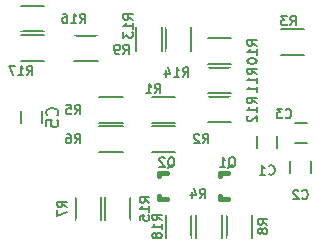
<source format=gbo>
G04 #@! TF.FileFunction,Legend,Bot*
%FSLAX46Y46*%
G04 Gerber Fmt 4.6, Leading zero omitted, Abs format (unit mm)*
G04 Created by KiCad (PCBNEW 4.0.1-stable) date Fri 18 Dec 2015 10:46:47 AM EET*
%MOMM*%
G01*
G04 APERTURE LIST*
%ADD10C,0.100000*%
%ADD11C,0.381000*%
%ADD12C,0.150000*%
%ADD13C,0.152400*%
%ADD14R,1.180100X1.180100*%
%ADD15C,1.777000*%
%ADD16R,1.630000X1.380000*%
%ADD17R,1.380000X1.630000*%
%ADD18C,1.380760*%
%ADD19C,2.180000*%
%ADD20C,3.379740*%
%ADD21R,1.280000X2.080000*%
%ADD22R,2.080000X1.280000*%
%ADD23C,1.904000*%
%ADD24O,1.980000X1.980000*%
%ADD25O,1.880000X1.880000*%
%ADD26O,2.180000X2.580000*%
G04 APERTURE END LIST*
D10*
D11*
X170379760Y-63499160D02*
X170379760Y-63450900D01*
X171080800Y-61500180D02*
X170379760Y-61500180D01*
X170379760Y-61500180D02*
X170379760Y-61749100D01*
X170379760Y-63499160D02*
X170379760Y-63699820D01*
X170379760Y-63699820D02*
X171080800Y-63699820D01*
D12*
X178675000Y-59375000D02*
X178675000Y-58375000D01*
X180375000Y-58375000D02*
X180375000Y-59375000D01*
X181500000Y-61450000D02*
X181500000Y-60450000D01*
X183200000Y-60450000D02*
X183200000Y-61450000D01*
X182900000Y-58925000D02*
X181900000Y-58925000D01*
X181900000Y-57225000D02*
X182900000Y-57225000D01*
D11*
X175524760Y-63499160D02*
X175524760Y-63450900D01*
X176225800Y-61500180D02*
X175524760Y-61500180D01*
X175524760Y-61500180D02*
X175524760Y-61749100D01*
X175524760Y-63499160D02*
X175524760Y-63699820D01*
X175524760Y-63699820D02*
X176225800Y-63699820D01*
D12*
X169764090Y-57215000D02*
X171764090Y-57215000D01*
X171764090Y-55065000D02*
X169764090Y-55065000D01*
X169764090Y-59690000D02*
X171764090Y-59690000D01*
X171764090Y-57540000D02*
X169764090Y-57540000D01*
X182675000Y-49325000D02*
X180675000Y-49325000D01*
X180675000Y-51475000D02*
X182675000Y-51475000D01*
X173530000Y-65000000D02*
X173530000Y-67000000D01*
X175680000Y-67000000D02*
X175680000Y-65000000D01*
X165299090Y-57215000D02*
X167299090Y-57215000D01*
X167299090Y-55065000D02*
X165299090Y-55065000D01*
X165299090Y-59690000D02*
X167299090Y-59690000D01*
X167299090Y-57540000D02*
X165299090Y-57540000D01*
X163325000Y-63500000D02*
X163325000Y-65500000D01*
X165475000Y-65500000D02*
X165475000Y-63500000D01*
X176105000Y-65000000D02*
X176105000Y-67000000D01*
X178255000Y-67000000D02*
X178255000Y-65000000D01*
X163175000Y-52000000D02*
X165175000Y-52000000D01*
X165175000Y-49850000D02*
X163175000Y-49850000D01*
X176479174Y-50080186D02*
X174479174Y-50080186D01*
X174479174Y-52230186D02*
X176479174Y-52230186D01*
X176479174Y-52555186D02*
X174479174Y-52555186D01*
X174479174Y-54705186D02*
X176479174Y-54705186D01*
X176479174Y-55030186D02*
X174479174Y-55030186D01*
X174479174Y-57180186D02*
X176479174Y-57180186D01*
X170600000Y-51150000D02*
X170600000Y-49150000D01*
X168450000Y-49150000D02*
X168450000Y-51150000D01*
X173075000Y-51150000D02*
X173075000Y-49150000D01*
X170925000Y-49150000D02*
X170925000Y-51150000D01*
X165800000Y-63500000D02*
X165800000Y-65500000D01*
X167950000Y-65500000D02*
X167950000Y-63500000D01*
X158673000Y-49500328D02*
X160673000Y-49500328D01*
X160673000Y-47350328D02*
X158673000Y-47350328D01*
X158673000Y-51975328D02*
X160673000Y-51975328D01*
X160673000Y-49825328D02*
X158673000Y-49825328D01*
X170955000Y-65000000D02*
X170955000Y-67000000D01*
X173105000Y-67000000D02*
X173105000Y-65000000D01*
X158725000Y-57275000D02*
X158725000Y-56275000D01*
X160425000Y-56275000D02*
X160425000Y-57275000D01*
D13*
X171106190Y-61038095D02*
X171182381Y-61000000D01*
X171258571Y-60923810D01*
X171372857Y-60809524D01*
X171449048Y-60771429D01*
X171525238Y-60771429D01*
X171487143Y-60961905D02*
X171563333Y-60923810D01*
X171639524Y-60847619D01*
X171677619Y-60695238D01*
X171677619Y-60428571D01*
X171639524Y-60276190D01*
X171563333Y-60200000D01*
X171487143Y-60161905D01*
X171334762Y-60161905D01*
X171258571Y-60200000D01*
X171182381Y-60276190D01*
X171144286Y-60428571D01*
X171144286Y-60695238D01*
X171182381Y-60847619D01*
X171258571Y-60923810D01*
X171334762Y-60961905D01*
X171487143Y-60961905D01*
X170839524Y-60238095D02*
X170801429Y-60200000D01*
X170725238Y-60161905D01*
X170534762Y-60161905D01*
X170458572Y-60200000D01*
X170420476Y-60238095D01*
X170382381Y-60314286D01*
X170382381Y-60390476D01*
X170420476Y-60504762D01*
X170877619Y-60961905D01*
X170382381Y-60961905D01*
X179658333Y-61560714D02*
X179696428Y-61598810D01*
X179810714Y-61636905D01*
X179886904Y-61636905D01*
X180001190Y-61598810D01*
X180077381Y-61522619D01*
X180115476Y-61446429D01*
X180153571Y-61294048D01*
X180153571Y-61179762D01*
X180115476Y-61027381D01*
X180077381Y-60951190D01*
X180001190Y-60875000D01*
X179886904Y-60836905D01*
X179810714Y-60836905D01*
X179696428Y-60875000D01*
X179658333Y-60913095D01*
X178896428Y-61636905D02*
X179353571Y-61636905D01*
X179125000Y-61636905D02*
X179125000Y-60836905D01*
X179201190Y-60951190D01*
X179277381Y-61027381D01*
X179353571Y-61065476D01*
X182483333Y-63635714D02*
X182521428Y-63673810D01*
X182635714Y-63711905D01*
X182711904Y-63711905D01*
X182826190Y-63673810D01*
X182902381Y-63597619D01*
X182940476Y-63521429D01*
X182978571Y-63369048D01*
X182978571Y-63254762D01*
X182940476Y-63102381D01*
X182902381Y-63026190D01*
X182826190Y-62950000D01*
X182711904Y-62911905D01*
X182635714Y-62911905D01*
X182521428Y-62950000D01*
X182483333Y-62988095D01*
X182178571Y-62988095D02*
X182140476Y-62950000D01*
X182064285Y-62911905D01*
X181873809Y-62911905D01*
X181797619Y-62950000D01*
X181759523Y-62988095D01*
X181721428Y-63064286D01*
X181721428Y-63140476D01*
X181759523Y-63254762D01*
X182216666Y-63711905D01*
X181721428Y-63711905D01*
X181083333Y-56760714D02*
X181121428Y-56798810D01*
X181235714Y-56836905D01*
X181311904Y-56836905D01*
X181426190Y-56798810D01*
X181502381Y-56722619D01*
X181540476Y-56646429D01*
X181578571Y-56494048D01*
X181578571Y-56379762D01*
X181540476Y-56227381D01*
X181502381Y-56151190D01*
X181426190Y-56075000D01*
X181311904Y-56036905D01*
X181235714Y-56036905D01*
X181121428Y-56075000D01*
X181083333Y-56113095D01*
X180816666Y-56036905D02*
X180321428Y-56036905D01*
X180588095Y-56341667D01*
X180473809Y-56341667D01*
X180397619Y-56379762D01*
X180359523Y-56417857D01*
X180321428Y-56494048D01*
X180321428Y-56684524D01*
X180359523Y-56760714D01*
X180397619Y-56798810D01*
X180473809Y-56836905D01*
X180702381Y-56836905D01*
X180778571Y-56798810D01*
X180816666Y-56760714D01*
X176251190Y-61038095D02*
X176327381Y-61000000D01*
X176403571Y-60923810D01*
X176517857Y-60809524D01*
X176594048Y-60771429D01*
X176670238Y-60771429D01*
X176632143Y-60961905D02*
X176708333Y-60923810D01*
X176784524Y-60847619D01*
X176822619Y-60695238D01*
X176822619Y-60428571D01*
X176784524Y-60276190D01*
X176708333Y-60200000D01*
X176632143Y-60161905D01*
X176479762Y-60161905D01*
X176403571Y-60200000D01*
X176327381Y-60276190D01*
X176289286Y-60428571D01*
X176289286Y-60695238D01*
X176327381Y-60847619D01*
X176403571Y-60923810D01*
X176479762Y-60961905D01*
X176632143Y-60961905D01*
X175527381Y-60961905D02*
X175984524Y-60961905D01*
X175755953Y-60961905D02*
X175755953Y-60161905D01*
X175832143Y-60276190D01*
X175908334Y-60352381D01*
X175984524Y-60390476D01*
X170033333Y-54736905D02*
X170300000Y-54355952D01*
X170490476Y-54736905D02*
X170490476Y-53936905D01*
X170185714Y-53936905D01*
X170109523Y-53975000D01*
X170071428Y-54013095D01*
X170033333Y-54089286D01*
X170033333Y-54203571D01*
X170071428Y-54279762D01*
X170109523Y-54317857D01*
X170185714Y-54355952D01*
X170490476Y-54355952D01*
X169271428Y-54736905D02*
X169728571Y-54736905D01*
X169500000Y-54736905D02*
X169500000Y-53936905D01*
X169576190Y-54051190D01*
X169652381Y-54127381D01*
X169728571Y-54165476D01*
X174097423Y-58976905D02*
X174364090Y-58595952D01*
X174554566Y-58976905D02*
X174554566Y-58176905D01*
X174249804Y-58176905D01*
X174173613Y-58215000D01*
X174135518Y-58253095D01*
X174097423Y-58329286D01*
X174097423Y-58443571D01*
X174135518Y-58519762D01*
X174173613Y-58557857D01*
X174249804Y-58595952D01*
X174554566Y-58595952D01*
X173792661Y-58253095D02*
X173754566Y-58215000D01*
X173678375Y-58176905D01*
X173487899Y-58176905D01*
X173411709Y-58215000D01*
X173373613Y-58253095D01*
X173335518Y-58329286D01*
X173335518Y-58405476D01*
X173373613Y-58519762D01*
X173830756Y-58976905D01*
X173335518Y-58976905D01*
X181483333Y-48986905D02*
X181750000Y-48605952D01*
X181940476Y-48986905D02*
X181940476Y-48186905D01*
X181635714Y-48186905D01*
X181559523Y-48225000D01*
X181521428Y-48263095D01*
X181483333Y-48339286D01*
X181483333Y-48453571D01*
X181521428Y-48529762D01*
X181559523Y-48567857D01*
X181635714Y-48605952D01*
X181940476Y-48605952D01*
X181216666Y-48186905D02*
X180721428Y-48186905D01*
X180988095Y-48491667D01*
X180873809Y-48491667D01*
X180797619Y-48529762D01*
X180759523Y-48567857D01*
X180721428Y-48644048D01*
X180721428Y-48834524D01*
X180759523Y-48910714D01*
X180797619Y-48948810D01*
X180873809Y-48986905D01*
X181102381Y-48986905D01*
X181178571Y-48948810D01*
X181216666Y-48910714D01*
X173808333Y-63616905D02*
X174075000Y-63235952D01*
X174265476Y-63616905D02*
X174265476Y-62816905D01*
X173960714Y-62816905D01*
X173884523Y-62855000D01*
X173846428Y-62893095D01*
X173808333Y-62969286D01*
X173808333Y-63083571D01*
X173846428Y-63159762D01*
X173884523Y-63197857D01*
X173960714Y-63235952D01*
X174265476Y-63235952D01*
X173122619Y-63083571D02*
X173122619Y-63616905D01*
X173313095Y-62778810D02*
X173503571Y-63350238D01*
X173008333Y-63350238D01*
X163232423Y-56501905D02*
X163499090Y-56120952D01*
X163689566Y-56501905D02*
X163689566Y-55701905D01*
X163384804Y-55701905D01*
X163308613Y-55740000D01*
X163270518Y-55778095D01*
X163232423Y-55854286D01*
X163232423Y-55968571D01*
X163270518Y-56044762D01*
X163308613Y-56082857D01*
X163384804Y-56120952D01*
X163689566Y-56120952D01*
X162508613Y-55701905D02*
X162889566Y-55701905D01*
X162927661Y-56082857D01*
X162889566Y-56044762D01*
X162813375Y-56006667D01*
X162622899Y-56006667D01*
X162546709Y-56044762D01*
X162508613Y-56082857D01*
X162470518Y-56159048D01*
X162470518Y-56349524D01*
X162508613Y-56425714D01*
X162546709Y-56463810D01*
X162622899Y-56501905D01*
X162813375Y-56501905D01*
X162889566Y-56463810D01*
X162927661Y-56425714D01*
X163232423Y-58976905D02*
X163499090Y-58595952D01*
X163689566Y-58976905D02*
X163689566Y-58176905D01*
X163384804Y-58176905D01*
X163308613Y-58215000D01*
X163270518Y-58253095D01*
X163232423Y-58329286D01*
X163232423Y-58443571D01*
X163270518Y-58519762D01*
X163308613Y-58557857D01*
X163384804Y-58595952D01*
X163689566Y-58595952D01*
X162546709Y-58176905D02*
X162699090Y-58176905D01*
X162775280Y-58215000D01*
X162813375Y-58253095D01*
X162889566Y-58367381D01*
X162927661Y-58519762D01*
X162927661Y-58824524D01*
X162889566Y-58900714D01*
X162851471Y-58938810D01*
X162775280Y-58976905D01*
X162622899Y-58976905D01*
X162546709Y-58938810D01*
X162508613Y-58900714D01*
X162470518Y-58824524D01*
X162470518Y-58634048D01*
X162508613Y-58557857D01*
X162546709Y-58519762D01*
X162622899Y-58481667D01*
X162775280Y-58481667D01*
X162851471Y-58519762D01*
X162889566Y-58557857D01*
X162927661Y-58634048D01*
X162561905Y-64366667D02*
X162180952Y-64100000D01*
X162561905Y-63909524D02*
X161761905Y-63909524D01*
X161761905Y-64214286D01*
X161800000Y-64290477D01*
X161838095Y-64328572D01*
X161914286Y-64366667D01*
X162028571Y-64366667D01*
X162104762Y-64328572D01*
X162142857Y-64290477D01*
X162180952Y-64214286D01*
X162180952Y-63909524D01*
X161761905Y-64633334D02*
X161761905Y-65166667D01*
X162561905Y-64823810D01*
X179541905Y-65866667D02*
X179160952Y-65600000D01*
X179541905Y-65409524D02*
X178741905Y-65409524D01*
X178741905Y-65714286D01*
X178780000Y-65790477D01*
X178818095Y-65828572D01*
X178894286Y-65866667D01*
X179008571Y-65866667D01*
X179084762Y-65828572D01*
X179122857Y-65790477D01*
X179160952Y-65714286D01*
X179160952Y-65409524D01*
X179084762Y-66323810D02*
X179046667Y-66247619D01*
X179008571Y-66209524D01*
X178932381Y-66171429D01*
X178894286Y-66171429D01*
X178818095Y-66209524D01*
X178780000Y-66247619D01*
X178741905Y-66323810D01*
X178741905Y-66476191D01*
X178780000Y-66552381D01*
X178818095Y-66590477D01*
X178894286Y-66628572D01*
X178932381Y-66628572D01*
X179008571Y-66590477D01*
X179046667Y-66552381D01*
X179084762Y-66476191D01*
X179084762Y-66323810D01*
X179122857Y-66247619D01*
X179160952Y-66209524D01*
X179237143Y-66171429D01*
X179389524Y-66171429D01*
X179465714Y-66209524D01*
X179503810Y-66247619D01*
X179541905Y-66323810D01*
X179541905Y-66476191D01*
X179503810Y-66552381D01*
X179465714Y-66590477D01*
X179389524Y-66628572D01*
X179237143Y-66628572D01*
X179160952Y-66590477D01*
X179122857Y-66552381D01*
X179084762Y-66476191D01*
X167333333Y-51411905D02*
X167600000Y-51030952D01*
X167790476Y-51411905D02*
X167790476Y-50611905D01*
X167485714Y-50611905D01*
X167409523Y-50650000D01*
X167371428Y-50688095D01*
X167333333Y-50764286D01*
X167333333Y-50878571D01*
X167371428Y-50954762D01*
X167409523Y-50992857D01*
X167485714Y-51030952D01*
X167790476Y-51030952D01*
X166952381Y-51411905D02*
X166800000Y-51411905D01*
X166723809Y-51373810D01*
X166685714Y-51335714D01*
X166609523Y-51221429D01*
X166571428Y-51069048D01*
X166571428Y-50764286D01*
X166609523Y-50688095D01*
X166647619Y-50650000D01*
X166723809Y-50611905D01*
X166876190Y-50611905D01*
X166952381Y-50650000D01*
X166990476Y-50688095D01*
X167028571Y-50764286D01*
X167028571Y-50954762D01*
X166990476Y-51030952D01*
X166952381Y-51069048D01*
X166876190Y-51107143D01*
X166723809Y-51107143D01*
X166647619Y-51069048D01*
X166609523Y-51030952D01*
X166571428Y-50954762D01*
X178661905Y-50710714D02*
X178280952Y-50444047D01*
X178661905Y-50253571D02*
X177861905Y-50253571D01*
X177861905Y-50558333D01*
X177900000Y-50634524D01*
X177938095Y-50672619D01*
X178014286Y-50710714D01*
X178128571Y-50710714D01*
X178204762Y-50672619D01*
X178242857Y-50634524D01*
X178280952Y-50558333D01*
X178280952Y-50253571D01*
X178661905Y-51472619D02*
X178661905Y-51015476D01*
X178661905Y-51244047D02*
X177861905Y-51244047D01*
X177976190Y-51167857D01*
X178052381Y-51091666D01*
X178090476Y-51015476D01*
X177861905Y-51967857D02*
X177861905Y-52044048D01*
X177900000Y-52120238D01*
X177938095Y-52158333D01*
X178014286Y-52196429D01*
X178166667Y-52234524D01*
X178357143Y-52234524D01*
X178509524Y-52196429D01*
X178585714Y-52158333D01*
X178623810Y-52120238D01*
X178661905Y-52044048D01*
X178661905Y-51967857D01*
X178623810Y-51891667D01*
X178585714Y-51853571D01*
X178509524Y-51815476D01*
X178357143Y-51777381D01*
X178166667Y-51777381D01*
X178014286Y-51815476D01*
X177938095Y-51853571D01*
X177900000Y-51891667D01*
X177861905Y-51967857D01*
X178641079Y-53115900D02*
X178260126Y-52849233D01*
X178641079Y-52658757D02*
X177841079Y-52658757D01*
X177841079Y-52963519D01*
X177879174Y-53039710D01*
X177917269Y-53077805D01*
X177993460Y-53115900D01*
X178107745Y-53115900D01*
X178183936Y-53077805D01*
X178222031Y-53039710D01*
X178260126Y-52963519D01*
X178260126Y-52658757D01*
X178641079Y-53877805D02*
X178641079Y-53420662D01*
X178641079Y-53649233D02*
X177841079Y-53649233D01*
X177955364Y-53573043D01*
X178031555Y-53496852D01*
X178069650Y-53420662D01*
X178641079Y-54639710D02*
X178641079Y-54182567D01*
X178641079Y-54411138D02*
X177841079Y-54411138D01*
X177955364Y-54334948D01*
X178031555Y-54258757D01*
X178069650Y-54182567D01*
X178641079Y-55590900D02*
X178260126Y-55324233D01*
X178641079Y-55133757D02*
X177841079Y-55133757D01*
X177841079Y-55438519D01*
X177879174Y-55514710D01*
X177917269Y-55552805D01*
X177993460Y-55590900D01*
X178107745Y-55590900D01*
X178183936Y-55552805D01*
X178222031Y-55514710D01*
X178260126Y-55438519D01*
X178260126Y-55133757D01*
X178641079Y-56352805D02*
X178641079Y-55895662D01*
X178641079Y-56124233D02*
X177841079Y-56124233D01*
X177955364Y-56048043D01*
X178031555Y-55971852D01*
X178069650Y-55895662D01*
X177917269Y-56657567D02*
X177879174Y-56695662D01*
X177841079Y-56771853D01*
X177841079Y-56962329D01*
X177879174Y-57038519D01*
X177917269Y-57076615D01*
X177993460Y-57114710D01*
X178069650Y-57114710D01*
X178183936Y-57076615D01*
X178641079Y-56619472D01*
X178641079Y-57114710D01*
X168161905Y-48510714D02*
X167780952Y-48244047D01*
X168161905Y-48053571D02*
X167361905Y-48053571D01*
X167361905Y-48358333D01*
X167400000Y-48434524D01*
X167438095Y-48472619D01*
X167514286Y-48510714D01*
X167628571Y-48510714D01*
X167704762Y-48472619D01*
X167742857Y-48434524D01*
X167780952Y-48358333D01*
X167780952Y-48053571D01*
X168161905Y-49272619D02*
X168161905Y-48815476D01*
X168161905Y-49044047D02*
X167361905Y-49044047D01*
X167476190Y-48967857D01*
X167552381Y-48891666D01*
X167590476Y-48815476D01*
X167361905Y-49539286D02*
X167361905Y-50034524D01*
X167666667Y-49767857D01*
X167666667Y-49882143D01*
X167704762Y-49958333D01*
X167742857Y-49996429D01*
X167819048Y-50034524D01*
X168009524Y-50034524D01*
X168085714Y-49996429D01*
X168123810Y-49958333D01*
X168161905Y-49882143D01*
X168161905Y-49653571D01*
X168123810Y-49577381D01*
X168085714Y-49539286D01*
X172389286Y-53336905D02*
X172655953Y-52955952D01*
X172846429Y-53336905D02*
X172846429Y-52536905D01*
X172541667Y-52536905D01*
X172465476Y-52575000D01*
X172427381Y-52613095D01*
X172389286Y-52689286D01*
X172389286Y-52803571D01*
X172427381Y-52879762D01*
X172465476Y-52917857D01*
X172541667Y-52955952D01*
X172846429Y-52955952D01*
X171627381Y-53336905D02*
X172084524Y-53336905D01*
X171855953Y-53336905D02*
X171855953Y-52536905D01*
X171932143Y-52651190D01*
X172008334Y-52727381D01*
X172084524Y-52765476D01*
X170941667Y-52803571D02*
X170941667Y-53336905D01*
X171132143Y-52498810D02*
X171322619Y-53070238D01*
X170827381Y-53070238D01*
X169536905Y-63985714D02*
X169155952Y-63719047D01*
X169536905Y-63528571D02*
X168736905Y-63528571D01*
X168736905Y-63833333D01*
X168775000Y-63909524D01*
X168813095Y-63947619D01*
X168889286Y-63985714D01*
X169003571Y-63985714D01*
X169079762Y-63947619D01*
X169117857Y-63909524D01*
X169155952Y-63833333D01*
X169155952Y-63528571D01*
X169536905Y-64747619D02*
X169536905Y-64290476D01*
X169536905Y-64519047D02*
X168736905Y-64519047D01*
X168851190Y-64442857D01*
X168927381Y-64366666D01*
X168965476Y-64290476D01*
X168736905Y-65471429D02*
X168736905Y-65090476D01*
X169117857Y-65052381D01*
X169079762Y-65090476D01*
X169041667Y-65166667D01*
X169041667Y-65357143D01*
X169079762Y-65433333D01*
X169117857Y-65471429D01*
X169194048Y-65509524D01*
X169384524Y-65509524D01*
X169460714Y-65471429D01*
X169498810Y-65433333D01*
X169536905Y-65357143D01*
X169536905Y-65166667D01*
X169498810Y-65090476D01*
X169460714Y-65052381D01*
X163687286Y-48787233D02*
X163953953Y-48406280D01*
X164144429Y-48787233D02*
X164144429Y-47987233D01*
X163839667Y-47987233D01*
X163763476Y-48025328D01*
X163725381Y-48063423D01*
X163687286Y-48139614D01*
X163687286Y-48253899D01*
X163725381Y-48330090D01*
X163763476Y-48368185D01*
X163839667Y-48406280D01*
X164144429Y-48406280D01*
X162925381Y-48787233D02*
X163382524Y-48787233D01*
X163153953Y-48787233D02*
X163153953Y-47987233D01*
X163230143Y-48101518D01*
X163306334Y-48177709D01*
X163382524Y-48215804D01*
X162239667Y-47987233D02*
X162392048Y-47987233D01*
X162468238Y-48025328D01*
X162506333Y-48063423D01*
X162582524Y-48177709D01*
X162620619Y-48330090D01*
X162620619Y-48634852D01*
X162582524Y-48711042D01*
X162544429Y-48749138D01*
X162468238Y-48787233D01*
X162315857Y-48787233D01*
X162239667Y-48749138D01*
X162201571Y-48711042D01*
X162163476Y-48634852D01*
X162163476Y-48444376D01*
X162201571Y-48368185D01*
X162239667Y-48330090D01*
X162315857Y-48291995D01*
X162468238Y-48291995D01*
X162544429Y-48330090D01*
X162582524Y-48368185D01*
X162620619Y-48444376D01*
X159189286Y-53211905D02*
X159455953Y-52830952D01*
X159646429Y-53211905D02*
X159646429Y-52411905D01*
X159341667Y-52411905D01*
X159265476Y-52450000D01*
X159227381Y-52488095D01*
X159189286Y-52564286D01*
X159189286Y-52678571D01*
X159227381Y-52754762D01*
X159265476Y-52792857D01*
X159341667Y-52830952D01*
X159646429Y-52830952D01*
X158427381Y-53211905D02*
X158884524Y-53211905D01*
X158655953Y-53211905D02*
X158655953Y-52411905D01*
X158732143Y-52526190D01*
X158808334Y-52602381D01*
X158884524Y-52640476D01*
X158160714Y-52411905D02*
X157627381Y-52411905D01*
X157970238Y-53211905D01*
X170591905Y-65485714D02*
X170210952Y-65219047D01*
X170591905Y-65028571D02*
X169791905Y-65028571D01*
X169791905Y-65333333D01*
X169830000Y-65409524D01*
X169868095Y-65447619D01*
X169944286Y-65485714D01*
X170058571Y-65485714D01*
X170134762Y-65447619D01*
X170172857Y-65409524D01*
X170210952Y-65333333D01*
X170210952Y-65028571D01*
X170591905Y-66247619D02*
X170591905Y-65790476D01*
X170591905Y-66019047D02*
X169791905Y-66019047D01*
X169906190Y-65942857D01*
X169982381Y-65866666D01*
X170020476Y-65790476D01*
X170134762Y-66704762D02*
X170096667Y-66628571D01*
X170058571Y-66590476D01*
X169982381Y-66552381D01*
X169944286Y-66552381D01*
X169868095Y-66590476D01*
X169830000Y-66628571D01*
X169791905Y-66704762D01*
X169791905Y-66857143D01*
X169830000Y-66933333D01*
X169868095Y-66971429D01*
X169944286Y-67009524D01*
X169982381Y-67009524D01*
X170058571Y-66971429D01*
X170096667Y-66933333D01*
X170134762Y-66857143D01*
X170134762Y-66704762D01*
X170172857Y-66628571D01*
X170210952Y-66590476D01*
X170287143Y-66552381D01*
X170439524Y-66552381D01*
X170515714Y-66590476D01*
X170553810Y-66628571D01*
X170591905Y-66704762D01*
X170591905Y-66857143D01*
X170553810Y-66933333D01*
X170515714Y-66971429D01*
X170439524Y-67009524D01*
X170287143Y-67009524D01*
X170210952Y-66971429D01*
X170172857Y-66933333D01*
X170134762Y-66857143D01*
D12*
X161732143Y-56608334D02*
X161779762Y-56560715D01*
X161827381Y-56417858D01*
X161827381Y-56322620D01*
X161779762Y-56179762D01*
X161684524Y-56084524D01*
X161589286Y-56036905D01*
X161398810Y-55989286D01*
X161255952Y-55989286D01*
X161065476Y-56036905D01*
X160970238Y-56084524D01*
X160875000Y-56179762D01*
X160827381Y-56322620D01*
X160827381Y-56417858D01*
X160875000Y-56560715D01*
X160922619Y-56608334D01*
X160827381Y-57513096D02*
X160827381Y-57036905D01*
X161303571Y-56989286D01*
X161255952Y-57036905D01*
X161208333Y-57132143D01*
X161208333Y-57370239D01*
X161255952Y-57465477D01*
X161303571Y-57513096D01*
X161398810Y-57560715D01*
X161636905Y-57560715D01*
X161732143Y-57513096D01*
X161779762Y-57465477D01*
X161827381Y-57370239D01*
X161827381Y-57132143D01*
X161779762Y-57036905D01*
X161732143Y-56989286D01*
%LPC*%
D14*
X172030760Y-61898960D03*
X172030760Y-63301040D03*
X170031780Y-62600000D03*
D15*
X178320000Y-48550000D03*
X175780000Y-48550000D03*
D16*
X179525000Y-57875000D03*
X179525000Y-59875000D03*
X182350000Y-59950000D03*
X182350000Y-61950000D03*
D17*
X181400000Y-58075000D03*
X183400000Y-58075000D03*
D18*
X180975000Y-54325000D03*
X182245000Y-53055000D03*
X182245000Y-55595000D03*
D19*
X156750000Y-60322000D03*
X156750000Y-57782000D03*
X156750000Y-55750000D03*
X156750000Y-53210000D03*
D20*
X154083000Y-63370000D03*
X154083000Y-49654000D03*
D19*
X185700000Y-56537140D03*
X185700000Y-59077140D03*
X185700000Y-61109140D03*
X185700000Y-63649140D03*
D20*
X188367000Y-53489140D03*
X188367000Y-67205140D03*
D14*
X177175760Y-61898960D03*
X177175760Y-63301040D03*
X175176780Y-62600000D03*
D21*
X172214090Y-56140000D03*
X169314090Y-56140000D03*
X172214090Y-58615000D03*
X169314090Y-58615000D03*
X180225000Y-50400000D03*
X183125000Y-50400000D03*
D22*
X174605000Y-67450000D03*
X174605000Y-64550000D03*
D21*
X167749090Y-56140000D03*
X164849090Y-56140000D03*
X167749090Y-58615000D03*
X164849090Y-58615000D03*
D22*
X164400000Y-65950000D03*
X164400000Y-63050000D03*
X177180000Y-67450000D03*
X177180000Y-64550000D03*
D21*
X165625000Y-50925000D03*
X162725000Y-50925000D03*
X174029174Y-51155186D03*
X176929174Y-51155186D03*
X174029174Y-53630186D03*
X176929174Y-53630186D03*
X174029174Y-56105186D03*
X176929174Y-56105186D03*
D22*
X169525000Y-48700000D03*
X169525000Y-51600000D03*
X172000000Y-48700000D03*
X172000000Y-51600000D03*
X166875000Y-65950000D03*
X166875000Y-63050000D03*
D21*
X161123000Y-48425328D03*
X158223000Y-48425328D03*
X161123000Y-50900328D03*
X158223000Y-50900328D03*
D22*
X172030000Y-67450000D03*
X172030000Y-64550000D03*
D23*
X195580000Y-47860000D03*
X190500000Y-50400000D03*
X183134000Y-47860000D03*
D24*
X160710000Y-60870000D03*
X163250000Y-60870000D03*
X165790000Y-60870000D03*
X168330000Y-60870000D03*
X168330000Y-53250000D03*
X165790000Y-53250000D03*
X163250000Y-53250000D03*
X160710000Y-53250000D03*
D25*
X154024100Y-66500000D03*
X159024100Y-66500000D03*
D26*
X153775000Y-69200000D03*
X159275000Y-69200000D03*
D16*
X159575000Y-55775000D03*
X159575000Y-57775000D03*
M02*

</source>
